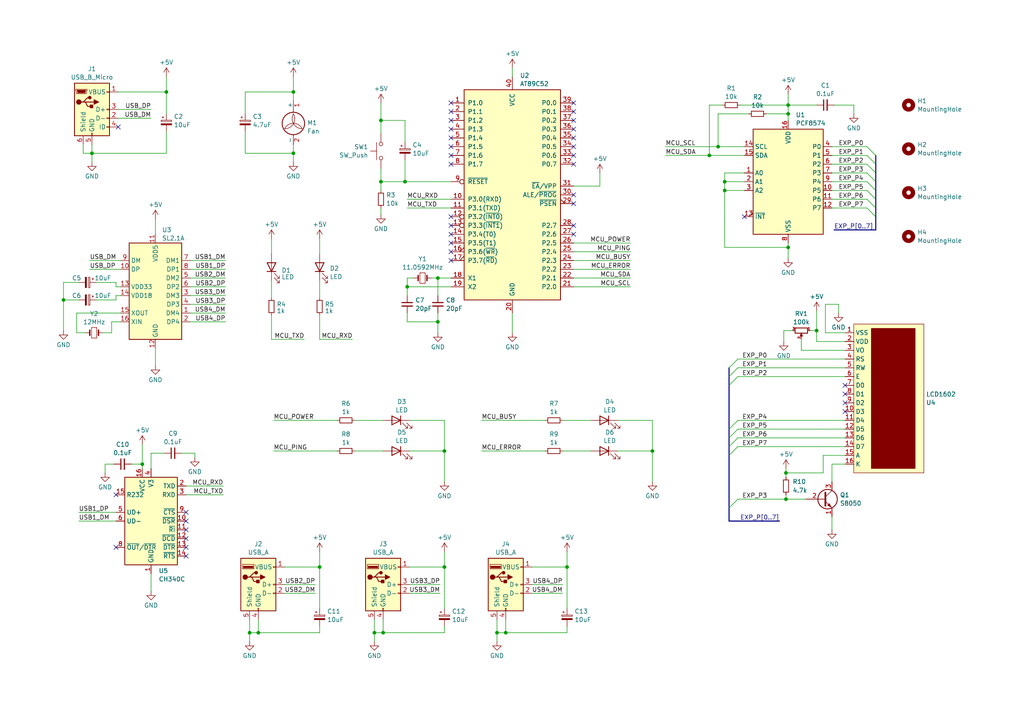
<source format=kicad_sch>
(kicad_sch (version 20230121) (generator eeschema)
  (paper "A4")
  (lib_symbols
    (symbol "Connector:USB_A" (pin_names (offset 1.016))
      (property "Reference" "J" (at -5.08 11.43 0))
      (property "Value" "USB_A" (at -5.08 8.89 0))
      (symbol "USB_A_1_1"
        (pin power_in line (at 7.62 5.08 180) (length 2.54) (name "VBUS") (number "1"))
        (pin bidirectional line (at 7.62 -2.54 180) (length 2.54) (name "D-") (number "2"))
        (pin bidirectional line (at 7.62 0 180) (length 2.54) (name "D+") (number "3"))
        (pin power_in line (at 0 -10.16 90) (length 2.54) (name "GND") (number "4"))
        (pin passive line (at -2.54 -10.16 90) (length 2.54) (name "Shield") (number "5"))
      )
    )
    (symbol "Connector:USB_B_Micro" (pin_names (offset 1.016))
      (property "Reference" "J" (at -5.08 11.43 0))
      (property "Value" "USB_B_Micro" (at -5.08 8.89 0))
      (symbol "USB_B_Micro_1_1"
        (pin power_out line (at 7.62 5.08 180) (length 2.54) (name "VBUS") (number "1"))
        (pin bidirectional line (at 7.62 -2.54 180) (length 2.54) (name "D-") (number "2"))
        (pin bidirectional line (at 7.62 0 180) (length 2.54) (name "D+") (number "3"))
        (pin passive line (at 7.62 -5.08 180) (length 2.54) (name "ID") (number "4"))
        (pin power_out line (at 0 -10.16 90) (length 2.54) (name "GND") (number "5"))
        (pin passive line (at -2.54 -10.16 90) (length 2.54) (name "Shield") (number "6"))
      )
    )
    (symbol "Device:C_Polarized_Small" (pin_numbers hide) (pin_names (offset 0.254) hide)
      (property "Reference" "C" (at 0.254 1.778 0))
      (property "Value" "C_Polarized_Small" (at 0.254 -2.032 0))
      (symbol "C_Polarized_Small_1_1"
        (pin passive line (at 0 2.54 270) (length 1.8542) (name "~") (number "1"))
        (pin passive line (at 0 -2.54 90) (length 1.8542) (name "~") (number "2"))
      )
    )
    (symbol "Device:C_Small" (pin_numbers hide) (pin_names (offset 0.254) hide)
      (property "Reference" "C" (at 0.254 1.778 0))
      (property "Value" "C_Small" (at 0.254 -2.032 0))
      (symbol "C_Small_1_1"
        (pin passive line (at 0 2.54 270) (length 2.032) (name "~") (number "1"))
        (pin passive line (at 0 -2.54 90) (length 2.032) (name "~") (number "2"))
      )
    )
    (symbol "Device:Crystal_Small" (pin_numbers hide) (pin_names (offset 1.016) hide)
      (property "Reference" "Y" (at 0 2.54 0))
      (property "Value" "Crystal_Small" (at 0 -2.54 0))
      (symbol "Crystal_Small_1_1"
        (pin passive line (at -2.54 0 0) (length 1.27) (name "1") (number "1"))
        (pin passive line (at 2.54 0 180) (length 1.27) (name "2") (number "2"))
      )
    )
    (symbol "Device:LED" (pin_numbers hide) (pin_names (offset 1.016) hide)
      (property "Reference" "D" (at 0 2.54 0))
      (property "Value" "LED" (at 0 -2.54 0))
      (symbol "LED_1_1"
        (pin passive line (at -3.81 0 0) (length 2.54) (name "K") (number "1"))
        (pin passive line (at 3.81 0 180) (length 2.54) (name "A") (number "2"))
      )
    )
    (symbol "Device:R_Potentiometer_Small" (pin_names (offset 1.016) hide)
      (property "Reference" "RV" (at -4.445 0 90))
      (property "Value" "R_Potentiometer_Small" (at -2.54 0 90))
      (symbol "R_Potentiometer_Small_1_1"
        (pin passive line (at 0 2.54 270) (length 0.635) (name "1") (number "1"))
        (pin passive line (at 2.54 0 180) (length 0.9906) (name "2") (number "2"))
        (pin passive line (at 0 -2.54 90) (length 0.635) (name "3") (number "3"))
      )
    )
    (symbol "Device:R_Small" (pin_numbers hide) (pin_names (offset 0.254) hide)
      (property "Reference" "R" (at 0.762 0.508 0))
      (property "Value" "R_Small" (at 0.762 -1.016 0))
      (symbol "R_Small_1_1"
        (pin passive line (at 0 2.54 270) (length 0.762) (name "~") (number "1"))
        (pin passive line (at 0 -2.54 90) (length 0.762) (name "~") (number "2"))
      )
    )
    (symbol "Interface_Expansion:PCF8574"
      (property "Reference" "U" (at -8.89 16.51 0))
      (property "Value" "PCF8574" (at 2.54 16.51 0))
      (symbol "PCF8574_1_1"
        (pin input line (at -12.7 2.54 0) (length 2.54) (name "A0") (number "1"))
        (pin bidirectional line (at 12.7 -2.54 180) (length 2.54) (name "P5") (number "10"))
        (pin bidirectional line (at 12.7 -5.08 180) (length 2.54) (name "P6") (number "11"))
        (pin bidirectional line (at 12.7 -7.62 180) (length 2.54) (name "P7") (number "12"))
        (pin open_collector output_low (at -12.7 -10.16 0) (length 2.54) (name "~{INT}") (number "13"))
        (pin input line (at -12.7 10.16 0) (length 2.54) (name "SCL") (number "14"))
        (pin bidirectional line (at -12.7 7.62 0) (length 2.54) (name "SDA") (number "15"))
        (pin power_in line (at 0 17.78 270) (length 2.54) (name "VDD") (number "16"))
        (pin input line (at -12.7 0 0) (length 2.54) (name "A1") (number "2"))
        (pin input line (at -12.7 -2.54 0) (length 2.54) (name "A2") (number "3"))
        (pin bidirectional line (at 12.7 10.16 180) (length 2.54) (name "P0") (number "4"))
        (pin bidirectional line (at 12.7 7.62 180) (length 2.54) (name "P1") (number "5"))
        (pin bidirectional line (at 12.7 5.08 180) (length 2.54) (name "P2") (number "6"))
        (pin bidirectional line (at 12.7 2.54 180) (length 2.54) (name "P3") (number "7"))
        (pin power_in line (at 0 -17.78 90) (length 2.54) (name "VSS") (number "8"))
        (pin bidirectional line (at 12.7 0 180) (length 2.54) (name "P4") (number "9"))
      )
    )
    (symbol "Interface_USB:CH340C"
      (property "Reference" "U" (at -5.08 13.97 0))
      (property "Value" "CH340C" (at 1.27 13.97 0))
      (symbol "CH340C_1_1"
        (pin power_in line (at 0 -15.24 90) (length 2.54) (name "GND") (number "1"))
        (pin input line (at 10.16 0 180) (length 2.54) (name "~{DSR}") (number "10"))
        (pin input line (at 10.16 -2.54 180) (length 2.54) (name "~{RI}") (number "11"))
        (pin input line (at 10.16 -5.08 180) (length 2.54) (name "~{DCD}") (number "12"))
        (pin output line (at 10.16 -7.62 180) (length 2.54) (name "~{DTR}") (number "13"))
        (pin output line (at 10.16 -10.16 180) (length 2.54) (name "~{RTS}") (number "14"))
        (pin input line (at -10.16 7.62 0) (length 2.54) (name "R232") (number "15"))
        (pin power_in line (at -2.54 15.24 270) (length 2.54) (name "VCC") (number "16"))
        (pin output line (at 10.16 10.16 180) (length 2.54) (name "TXD") (number "2"))
        (pin input line (at 10.16 7.62 180) (length 2.54) (name "RXD") (number "3"))
        (pin power_out line (at 0 15.24 270) (length 2.54) (name "V3") (number "4"))
        (pin bidirectional line (at -10.16 2.54 0) (length 2.54) (name "UD+") (number "5"))
        (pin bidirectional line (at -10.16 0 0) (length 2.54) (name "UD-") (number "6"))
        (pin no_connect line (at -7.62 -5.08 0) (length 2.54) hide (name "NC") (number "7"))
        (pin output line (at -10.16 -7.62 0) (length 2.54) (name "~{OUT}/~{DTR}") (number "8"))
        (pin input line (at 10.16 2.54 180) (length 2.54) (name "~{CTS}") (number "9"))
      )
    )
    (symbol "Mechanical:MountingHole" (pin_names (offset 1.016))
      (property "Reference" "H" (at 0 5.08 0))
      (property "Value" "MountingHole" (at 0 3.175 0))
    )
    (symbol "Motor:Fan" (pin_names (offset 0))
      (property "Reference" "M" (at 2.54 5.08 0))
      (property "Value" "Fan" (at 2.54 -2.54 0))
      (symbol "Fan_1_1"
        (pin passive line (at 0 7.62 270) (length 2.54) (name "+") (number "1"))
        (pin passive line (at 0 -5.08 90) (length 2.54) (name "-") (number "2"))
      )
    )
    (symbol "OpenStation:AT89C52" (pin_names (offset 1.016))
      (property "Reference" "U" (at -13.97 31.75 0))
      (property "Value" "AT89C52" (at 8.89 31.75 0))
      (symbol "AT89C52_1_1"
        (pin bidirectional line (at -17.78 26.67 0) (length 3.81) (name "P1.0") (number "1"))
        (pin bidirectional line (at -17.78 -1.27 0) (length 3.81) (name "P3.0(RXD)") (number "10"))
        (pin bidirectional line (at -17.78 -3.81 0) (length 3.81) (name "P3.1(TXD)") (number "11"))
        (pin input inverted (at -17.78 -6.35 0) (length 3.81) (name "P3.2(~{INT0})") (number "12"))
        (pin input inverted (at -17.78 -8.89 0) (length 3.81) (name "P3.3(~{INT1})") (number "13"))
        (pin input line (at -17.78 -11.43 0) (length 3.81) (name "P3.4(T0)") (number "14"))
        (pin input line (at -17.78 -13.97 0) (length 3.81) (name "P3.5(T1)") (number "15"))
        (pin output output_low (at -17.78 -16.51 0) (length 3.81) (name "P3.6(~{WR})") (number "16"))
        (pin output output_low (at -17.78 -19.05 0) (length 3.81) (name "P3.7(~{RD})") (number "17"))
        (pin input line (at -17.78 -24.13 0) (length 3.81) (name "X1") (number "18"))
        (pin output line (at -17.78 -26.67 0) (length 3.81) (name "X2") (number "19"))
        (pin bidirectional line (at -17.78 24.13 0) (length 3.81) (name "P1.1") (number "2"))
        (pin power_in line (at 0 -34.29 90) (length 3.81) (name "GND") (number "20"))
        (pin bidirectional line (at 17.78 -26.67 180) (length 3.81) (name "P2.0") (number "21"))
        (pin bidirectional line (at 17.78 -24.13 180) (length 3.81) (name "P2.1") (number "22"))
        (pin bidirectional line (at 17.78 -21.59 180) (length 3.81) (name "P2.2") (number "23"))
        (pin bidirectional line (at 17.78 -19.05 180) (length 3.81) (name "P2.3") (number "24"))
        (pin bidirectional line (at 17.78 -16.51 180) (length 3.81) (name "P2.4") (number "25"))
        (pin bidirectional line (at 17.78 -13.97 180) (length 3.81) (name "P2.5") (number "26"))
        (pin bidirectional line (at 17.78 -11.43 180) (length 3.81) (name "P2.6") (number "27"))
        (pin bidirectional line (at 17.78 -8.89 180) (length 3.81) (name "P2.7") (number "28"))
        (pin output output_low (at 17.78 -2.54 180) (length 3.81) (name "~{PSEN}") (number "29"))
        (pin bidirectional line (at -17.78 21.59 0) (length 3.81) (name "P1.2") (number "3"))
        (pin output line (at 17.78 0 180) (length 3.81) (name "ALE/~{PROG}") (number "30"))
        (pin input line (at 17.78 2.54 180) (length 3.81) (name "~{EA}/VPP") (number "31"))
        (pin bidirectional line (at 17.78 8.89 180) (length 3.81) (name "P0.7") (number "32"))
        (pin bidirectional line (at 17.78 11.43 180) (length 3.81) (name "P0.6") (number "33"))
        (pin bidirectional line (at 17.78 13.97 180) (length 3.81) (name "P0.5") (number "34"))
        (pin bidirectional line (at 17.78 16.51 180) (length 3.81) (name "P0.4") (number "35"))
        (pin bidirectional line (at 17.78 19.05 180) (length 3.81) (name "P0.3") (number "36"))
        (pin bidirectional line (at 17.78 21.59 180) (length 3.81) (name "P0.2") (number "37"))
        (pin bidirectional line (at 17.78 24.13 180) (length 3.81) (name "P0.1") (number "38"))
        (pin bidirectional line (at 17.78 26.67 180) (length 3.81) (name "P0.0") (number "39"))
        (pin bidirectional line (at -17.78 19.05 0) (length 3.81) (name "P1.3") (number "4"))
        (pin power_in line (at 0 34.29 270) (length 3.81) (name "VCC") (number "40"))
        (pin bidirectional line (at -17.78 16.51 0) (length 3.81) (name "P1.4") (number "5"))
        (pin bidirectional line (at -17.78 13.97 0) (length 3.81) (name "P1.5") (number "6"))
        (pin bidirectional line (at -17.78 11.43 0) (length 3.81) (name "P1.6") (number "7"))
        (pin bidirectional line (at -17.78 8.89 0) (length 3.81) (name "P1.7") (number "8"))
        (pin input inverted (at -17.78 3.81 0) (length 3.81) (name "~{RESET}") (number "9"))
      )
    )
    (symbol "OpenStation:LCD1602"
      (property "Reference" "U" (at -20.32 -12.7 0))
      (property "Value" "LCD1602" (at 16.51 -12.7 0))
      (symbol "LCD1602_1_1"
        (pin power_in line (at -19.05 12.7 270) (length 2.54) (name "VSS") (number "1"))
        (pin input line (at 3.81 12.7 270) (length 2.54) (name "D3") (number "10"))
        (pin input line (at 6.35 12.7 270) (length 2.54) (name "D4") (number "11"))
        (pin input line (at 8.89 12.7 270) (length 2.54) (name "D5") (number "12"))
        (pin input line (at 11.43 12.7 270) (length 2.54) (name "D6") (number "13"))
        (pin input line (at 13.97 12.7 270) (length 2.54) (name "D7") (number "14"))
        (pin power_in line (at 16.51 12.7 270) (length 2.54) (name "A") (number "15"))
        (pin input line (at 19.05 12.7 270) (length 2.54) (name "K") (number "16"))
        (pin power_in line (at -16.51 12.7 270) (length 2.54) (name "VDD") (number "2"))
        (pin input line (at -13.97 12.7 270) (length 2.54) (name "VO") (number "3"))
        (pin input line (at -11.43 12.7 270) (length 2.54) (name "RS") (number "4"))
        (pin input line (at -8.89 12.7 270) (length 2.54) (name "RW") (number "5"))
        (pin input line (at -6.35 12.7 270) (length 2.54) (name "E") (number "6"))
        (pin input line (at -3.81 12.7 270) (length 2.54) (name "D0") (number "7"))
        (pin input line (at -1.27 12.7 270) (length 2.54) (name "D1") (number "8"))
        (pin input line (at 1.27 12.7 270) (length 2.54) (name "D2") (number "9"))
      )
    )
    (symbol "OpenStation:SL2.1A"
      (property "Reference" "U" (at -7.62 16.51 0))
      (property "Value" "SL2.1A" (at -7.62 -15.24 0))
      (symbol "SL2.1A_1_0"
        (pin bidirectional line (at 10.16 -6.35 180) (length 2.54) (name "DM4") (number "1"))
        (pin bidirectional line (at -10.16 6.35 0) (length 2.54) (name "DP") (number "10"))
        (pin power_in line (at 0 16.51 270) (length 2.54) (name "VDD5") (number "11"))
        (pin power_in line (at 0 -16.51 90) (length 2.54) (name "GND") (number "12"))
        (pin power_out line (at -10.16 1.27 0) (length 2.54) (name "VDD33") (number "13"))
        (pin power_out line (at -10.16 -1.27 0) (length 2.54) (name "VDD18") (number "14"))
        (pin output line (at -10.16 -6.35 0) (length 2.54) (name "XOUT") (number "15"))
        (pin input line (at -10.16 -8.89 0) (length 2.54) (name "XIN") (number "16"))
        (pin bidirectional line (at 10.16 -8.89 180) (length 2.54) (name "DP4") (number "2"))
        (pin bidirectional line (at 10.16 -1.27 180) (length 2.54) (name "DM3") (number "3"))
        (pin bidirectional line (at 10.16 -3.81 180) (length 2.54) (name "DP3") (number "4"))
        (pin bidirectional line (at 10.16 3.81 180) (length 2.54) (name "DM2") (number "5"))
        (pin bidirectional line (at 10.16 1.27 180) (length 2.54) (name "DP2") (number "6"))
        (pin bidirectional line (at 10.16 8.89 180) (length 2.54) (name "DM1") (number "7"))
        (pin bidirectional line (at 10.16 6.35 180) (length 2.54) (name "DP1") (number "8"))
        (pin bidirectional line (at -10.16 8.89 0) (length 2.54) (name "DM") (number "9"))
      )
    )
    (symbol "Switch:SW_Push" (pin_numbers hide) (pin_names (offset 1.016) hide)
      (property "Reference" "SW" (at 1.27 2.54 0))
      (property "Value" "SW_Push" (at 0 -1.524 0))
      (symbol "SW_Push_0_1"
        (pin passive line (at -5.08 0 0) (length 2.54) (name "1") (number "1"))
        (pin passive line (at 5.08 0 180) (length 2.54) (name "2") (number "2"))
      )
    )
    (symbol "Transistor_BJT:S8050" (pin_names (offset 0) hide)
      (property "Reference" "Q" (at 5.08 1.905 0))
      (property "Value" "S8050" (at 5.08 0 0))
      (symbol "S8050_1_1"
        (pin passive line (at 2.54 -5.08 90) (length 2.54) (name "E") (number "1"))
        (pin input line (at -5.08 0 0) (length 5.08) (name "B") (number "2"))
        (pin passive line (at 2.54 5.08 270) (length 2.54) (name "C") (number "3"))
      )
    )
    (symbol "power:+5V" (power) (pin_names (offset 0))
      (property "Value" "+5V" (at 0 3.556 0))
      (symbol "+5V_1_1"
        (pin power_in line (at 0 0 90) (length 0) hide (name "+5V") (number "1"))
      )
    )
    (symbol "power:GND" (power) (pin_names (offset 0))
      (property "Value" "GND" (at 0 -3.81 0))
      (symbol "GND_1_1"
        (pin power_in line (at 0 0 270) (length 0) hide (name "GND") (number "1"))
      )
    )
  )
  (junction (at 26.67 44.45))
  (junction (at 227.965 137.16))
  (junction (at 117.475 52.705))
  (junction (at 146.685 183.515))
  (junction (at 210.185 52.705))
  (junction (at 144.145 183.515))
  (junction (at 41.275 134.62))
  (junction (at 228.6 33.02))
  (junction (at 127 80.645))
  (junction (at 128.905 164.465))
  (junction (at 228.6 71.755))
  (junction (at 18.415 86.995))
  (junction (at 92.71 164.465))
  (junction (at 128.905 130.81))
  (junction (at 85.09 44.45))
  (junction (at 74.93 183.515))
  (junction (at 164.465 164.465))
  (junction (at 205.74 45.085))
  (junction (at 127 93.345))
  (junction (at 118.11 83.185))
  (junction (at 110.49 52.705))
  (junction (at 108.585 183.515))
  (junction (at 110.49 34.925))
  (junction (at 236.855 95.885))
  (junction (at 85.09 26.67))
  (junction (at 208.28 42.545))
  (junction (at 210.185 55.245))
  (junction (at 111.125 183.515))
  (junction (at 228.6 30.48))
  (junction (at 189.23 130.81))
  (junction (at 72.39 183.515))
  (junction (at 227.965 144.78))
  (junction (at 48.26 26.67))
  (no_connect (at 34.29 36.83))
  (no_connect (at 166.37 42.545))
  (no_connect (at 130.81 32.385))
  (no_connect (at 130.81 67.945))
  (no_connect (at 53.975 156.21))
  (no_connect (at 166.37 59.055))
  (no_connect (at 53.975 148.59))
  (no_connect (at 33.655 158.75))
  (no_connect (at 166.37 29.845))
  (no_connect (at 130.81 42.545))
  (no_connect (at 245.11 111.76))
  (no_connect (at 130.81 45.085))
  (no_connect (at 245.11 114.3))
  (no_connect (at 130.81 62.865))
  (no_connect (at 166.37 47.625))
  (no_connect (at 166.37 65.405))
  (no_connect (at 166.37 32.385))
  (no_connect (at 130.81 65.405))
  (no_connect (at 130.81 75.565))
  (no_connect (at 166.37 56.515))
  (no_connect (at 130.81 73.025))
  (no_connect (at 33.655 143.51))
  (no_connect (at 166.37 34.925))
  (no_connect (at 130.81 40.005))
  (no_connect (at 245.11 119.38))
  (no_connect (at 130.81 47.625))
  (no_connect (at 215.9 62.865))
  (no_connect (at 53.975 151.13))
  (no_connect (at 245.11 116.84))
  (no_connect (at 53.975 153.67))
  (no_connect (at 130.81 37.465))
  (no_connect (at 166.37 67.945))
  (no_connect (at 130.81 29.845))
  (no_connect (at 53.975 158.75))
  (no_connect (at 53.975 161.29))
  (no_connect (at 166.37 40.005))
  (no_connect (at 166.37 45.085))
  (no_connect (at 130.81 34.925))
  (no_connect (at 130.81 70.485))
  (no_connect (at 166.37 37.465))
  (bus_entry (at 213.995 106.68) (size -2.54 2.54))
  (bus_entry (at 251.46 47.625) (size 2.54 2.54))
  (bus_entry (at 251.46 60.325) (size 2.54 2.54))
  (bus_entry (at 213.995 104.14) (size -2.54 2.54))
  (bus_entry (at 251.46 57.785) (size 2.54 2.54))
  (bus_entry (at 213.995 109.22) (size -2.54 2.54))
  (bus_entry (at 213.995 127) (size -2.54 2.54))
  (bus_entry (at 213.995 124.46) (size -2.54 2.54))
  (bus_entry (at 213.995 144.78) (size -2.54 2.54))
  (bus_entry (at 251.46 45.085) (size 2.54 2.54))
  (bus_entry (at 251.46 52.705) (size 2.54 2.54))
  (bus_entry (at 213.995 121.92) (size -2.54 2.54))
  (bus_entry (at 251.46 50.165) (size 2.54 2.54))
  (bus_entry (at 251.46 42.545) (size 2.54 2.54))
  (bus_entry (at 251.46 55.245) (size 2.54 2.54))
  (bus_entry (at 213.995 129.54) (size -2.54 2.54))
  (wire (pts (xy 179.07 130.81) (xy 189.23 130.81)))
  (wire (pts (xy 26.035 78.105) (xy 34.925 78.105)))
  (wire (pts (xy 56.515 131.445) (xy 56.515 132.715)))
  (wire (pts (xy 117.475 34.925) (xy 117.475 41.275)))
  (bus (pts (xy 254 52.705) (xy 254 55.245)))
  (wire (pts (xy 234.95 95.885) (xy 236.855 95.885)))
  (wire (pts (xy 166.37 78.105) (xy 182.88 78.105)))
  (wire (pts (xy 92.71 81.28) (xy 92.71 86.36)))
  (bus (pts (xy 211.455 124.46) (xy 211.455 127)))
  (wire (pts (xy 71.12 26.67) (xy 85.09 26.67)))
  (wire (pts (xy 110.49 48.895) (xy 110.49 52.705)))
  (wire (pts (xy 166.37 70.485) (xy 182.88 70.485)))
  (wire (pts (xy 32.385 93.345) (xy 34.925 93.345)))
  (wire (pts (xy 238.76 137.16) (xy 227.965 137.16)))
  (bus (pts (xy 211.455 147.32) (xy 211.455 151.13)))
  (wire (pts (xy 78.74 81.28) (xy 78.74 86.36)))
  (bus (pts (xy 211.455 129.54) (xy 211.455 132.08)))
  (wire (pts (xy 146.685 183.515) (xy 164.465 183.515)))
  (wire (pts (xy 139.7 121.92) (xy 158.115 121.92)))
  (wire (pts (xy 238.76 132.08) (xy 245.11 132.08)))
  (wire (pts (xy 139.7 130.81) (xy 158.115 130.81)))
  (wire (pts (xy 55.245 85.725) (xy 65.405 85.725)))
  (wire (pts (xy 128.905 181.61) (xy 128.905 183.515)))
  (wire (pts (xy 55.245 83.185) (xy 65.405 83.185)))
  (wire (pts (xy 173.99 50.165) (xy 173.99 53.975)))
  (wire (pts (xy 213.995 124.46) (xy 245.11 124.46)))
  (wire (pts (xy 118.11 83.185) (xy 118.11 85.725)))
  (wire (pts (xy 239.395 96.52) (xy 239.395 88.265)))
  (wire (pts (xy 118.11 80.645) (xy 118.11 83.185)))
  (wire (pts (xy 111.125 183.515) (xy 128.905 183.515)))
  (wire (pts (xy 213.995 104.14) (xy 245.11 104.14)))
  (wire (pts (xy 71.12 38.1) (xy 71.12 44.45)))
  (wire (pts (xy 92.71 164.465) (xy 92.71 176.53)))
  (wire (pts (xy 179.07 121.92) (xy 189.23 121.92)))
  (wire (pts (xy 78.74 69.215) (xy 78.74 73.66)))
  (bus (pts (xy 254 47.625) (xy 254 50.165)))
  (wire (pts (xy 43.815 166.37) (xy 43.815 171.45)))
  (wire (pts (xy 163.195 121.92) (xy 171.45 121.92)))
  (wire (pts (xy 228.6 30.48) (xy 236.855 30.48)))
  (wire (pts (xy 85.09 44.45) (xy 85.09 46.99)))
  (wire (pts (xy 227.965 137.16) (xy 227.965 138.43)))
  (bus (pts (xy 211.455 106.68) (xy 211.455 109.22)))
  (wire (pts (xy 127 93.345) (xy 127 90.805)))
  (wire (pts (xy 48.26 26.67) (xy 48.26 33.02)))
  (bus (pts (xy 211.455 109.22) (xy 211.455 111.76)))
  (wire (pts (xy 228.6 30.48) (xy 228.6 33.02)))
  (bus (pts (xy 254 50.165) (xy 254 52.705)))
  (wire (pts (xy 79.375 130.81) (xy 97.79 130.81)))
  (wire (pts (xy 55.245 75.565) (xy 65.405 75.565)))
  (wire (pts (xy 22.225 96.52) (xy 22.225 90.805)))
  (wire (pts (xy 118.745 164.465) (xy 128.905 164.465)))
  (wire (pts (xy 236.855 95.885) (xy 236.855 99.06)))
  (wire (pts (xy 128.905 121.92) (xy 128.905 130.81)))
  (wire (pts (xy 210.185 55.245) (xy 210.185 71.755)))
  (wire (pts (xy 154.305 172.085) (xy 163.195 172.085)))
  (wire (pts (xy 43.815 131.445) (xy 47.625 131.445)))
  (wire (pts (xy 43.815 135.89) (xy 43.815 131.445)))
  (wire (pts (xy 53.975 143.51) (xy 64.77 143.51)))
  (wire (pts (xy 32.385 96.52) (xy 32.385 93.345)))
  (wire (pts (xy 55.245 88.265) (xy 65.405 88.265)))
  (wire (pts (xy 241.3 149.86) (xy 241.3 153.67)))
  (wire (pts (xy 24.13 44.45) (xy 26.67 44.45)))
  (wire (pts (xy 82.55 164.465) (xy 92.71 164.465)))
  (bus (pts (xy 211.455 132.08) (xy 211.455 147.32)))
  (wire (pts (xy 210.185 55.245) (xy 215.9 55.245)))
  (wire (pts (xy 110.49 34.925) (xy 110.49 38.735)))
  (wire (pts (xy 166.37 53.975) (xy 173.99 53.975)))
  (wire (pts (xy 74.93 179.705) (xy 74.93 183.515)))
  (wire (pts (xy 213.995 129.54) (xy 245.11 129.54)))
  (wire (pts (xy 213.995 127) (xy 245.11 127)))
  (wire (pts (xy 85.09 44.45) (xy 71.12 44.45)))
  (wire (pts (xy 110.49 52.705) (xy 117.475 52.705)))
  (wire (pts (xy 92.71 91.44) (xy 92.71 98.425)))
  (wire (pts (xy 228.6 27.305) (xy 228.6 30.48)))
  (wire (pts (xy 118.745 172.085) (xy 127.635 172.085)))
  (wire (pts (xy 227.33 95.885) (xy 227.33 99.06)))
  (wire (pts (xy 205.74 45.085) (xy 215.9 45.085)))
  (wire (pts (xy 144.145 183.515) (xy 144.145 186.055)))
  (wire (pts (xy 146.685 179.705) (xy 146.685 183.515)))
  (wire (pts (xy 241.3 45.085) (xy 251.46 45.085)))
  (wire (pts (xy 166.37 80.645) (xy 182.88 80.645)))
  (wire (pts (xy 127 80.645) (xy 130.81 80.645)))
  (wire (pts (xy 24.13 41.91) (xy 24.13 44.45)))
  (wire (pts (xy 118.11 90.805) (xy 118.11 93.345)))
  (wire (pts (xy 102.87 130.81) (xy 111.125 130.81)))
  (bus (pts (xy 254 57.785) (xy 254 60.325)))
  (wire (pts (xy 210.185 52.705) (xy 210.185 55.245)))
  (wire (pts (xy 22.86 81.915) (xy 18.415 81.915)))
  (wire (pts (xy 33.655 85.725) (xy 34.925 85.725)))
  (wire (pts (xy 241.3 50.165) (xy 251.46 50.165)))
  (wire (pts (xy 34.29 34.29) (xy 43.815 34.29)))
  (bus (pts (xy 254 62.865) (xy 254 66.675)))
  (wire (pts (xy 26.035 75.565) (xy 34.925 75.565)))
  (wire (pts (xy 24.765 96.52) (xy 22.225 96.52)))
  (wire (pts (xy 239.395 96.52) (xy 245.11 96.52)))
  (wire (pts (xy 144.145 183.515) (xy 146.685 183.515)))
  (wire (pts (xy 55.245 80.645) (xy 65.405 80.645)))
  (wire (pts (xy 241.3 55.245) (xy 251.46 55.245)))
  (wire (pts (xy 127 93.345) (xy 127 96.52)))
  (wire (pts (xy 85.09 22.225) (xy 85.09 26.67)))
  (wire (pts (xy 52.705 131.445) (xy 56.515 131.445)))
  (wire (pts (xy 163.195 130.81) (xy 171.45 130.81)))
  (wire (pts (xy 130.81 52.705) (xy 117.475 52.705)))
  (wire (pts (xy 166.37 73.025) (xy 182.88 73.025)))
  (bus (pts (xy 211.455 111.76) (xy 211.455 124.46)))
  (wire (pts (xy 41.275 128.905) (xy 41.275 134.62)))
  (wire (pts (xy 241.935 30.48) (xy 247.65 30.48)))
  (wire (pts (xy 229.87 95.885) (xy 227.33 95.885)))
  (wire (pts (xy 241.3 42.545) (xy 251.46 42.545)))
  (wire (pts (xy 85.09 41.91) (xy 85.09 44.45)))
  (wire (pts (xy 154.305 164.465) (xy 164.465 164.465)))
  (wire (pts (xy 241.3 60.325) (xy 251.46 60.325)))
  (wire (pts (xy 128.905 160.02) (xy 128.905 164.465)))
  (wire (pts (xy 92.71 69.215) (xy 92.71 73.66)))
  (wire (pts (xy 247.65 30.48) (xy 247.65 33.02)))
  (wire (pts (xy 208.28 33.02) (xy 208.28 42.545)))
  (wire (pts (xy 118.11 60.325) (xy 130.81 60.325)))
  (wire (pts (xy 110.49 34.925) (xy 117.475 34.925)))
  (wire (pts (xy 117.475 46.355) (xy 117.475 52.705)))
  (wire (pts (xy 45.085 63.5) (xy 45.085 67.945)))
  (wire (pts (xy 74.93 183.515) (xy 92.71 183.515)))
  (wire (pts (xy 148.59 90.805) (xy 148.59 96.52)))
  (wire (pts (xy 154.305 169.545) (xy 163.195 169.545)))
  (wire (pts (xy 164.465 181.61) (xy 164.465 183.515)))
  (wire (pts (xy 210.185 71.755) (xy 228.6 71.755)))
  (wire (pts (xy 110.49 60.325) (xy 110.49 62.23)))
  (wire (pts (xy 27.94 86.995) (xy 33.655 86.995)))
  (wire (pts (xy 118.745 169.545) (xy 127.635 169.545)))
  (wire (pts (xy 213.995 121.92) (xy 245.11 121.92)))
  (wire (pts (xy 245.11 99.06) (xy 236.855 99.06)))
  (wire (pts (xy 166.37 75.565) (xy 182.88 75.565)))
  (wire (pts (xy 53.975 140.97) (xy 64.77 140.97)))
  (wire (pts (xy 33.655 86.995) (xy 33.655 85.725)))
  (wire (pts (xy 48.26 38.1) (xy 48.26 44.45)))
  (wire (pts (xy 33.655 83.185) (xy 34.925 83.185)))
  (bus (pts (xy 211.455 127) (xy 211.455 129.54)))
  (wire (pts (xy 228.6 33.02) (xy 228.6 34.925)))
  (wire (pts (xy 30.48 134.62) (xy 30.48 137.16)))
  (wire (pts (xy 29.845 96.52) (xy 32.385 96.52)))
  (wire (pts (xy 241.3 52.705) (xy 251.46 52.705)))
  (wire (pts (xy 210.185 50.165) (xy 210.185 52.705)))
  (wire (pts (xy 26.67 41.91) (xy 26.67 44.45)))
  (wire (pts (xy 213.995 109.22) (xy 245.11 109.22)))
  (wire (pts (xy 118.11 80.645) (xy 120.015 80.645)))
  (wire (pts (xy 118.11 93.345) (xy 127 93.345)))
  (wire (pts (xy 48.26 22.225) (xy 48.26 26.67)))
  (wire (pts (xy 239.395 88.265) (xy 243.205 88.265)))
  (wire (pts (xy 228.6 70.485) (xy 228.6 71.755)))
  (wire (pts (xy 41.275 135.89) (xy 41.275 134.62)))
  (wire (pts (xy 72.39 183.515) (xy 72.39 186.055)))
  (wire (pts (xy 34.29 31.75) (xy 43.815 31.75)))
  (wire (pts (xy 79.375 121.92) (xy 97.79 121.92)))
  (wire (pts (xy 128.905 130.81) (xy 128.905 139.7)))
  (wire (pts (xy 18.415 86.995) (xy 22.86 86.995)))
  (wire (pts (xy 208.28 42.545) (xy 215.9 42.545)))
  (wire (pts (xy 22.86 148.59) (xy 33.655 148.59)))
  (wire (pts (xy 55.245 90.805) (xy 65.405 90.805)))
  (wire (pts (xy 92.71 98.425) (xy 102.235 98.425)))
  (wire (pts (xy 227.965 144.78) (xy 233.68 144.78)))
  (wire (pts (xy 92.71 160.02) (xy 92.71 164.465)))
  (wire (pts (xy 92.71 181.61) (xy 92.71 183.515)))
  (wire (pts (xy 110.49 52.705) (xy 110.49 55.245)))
  (wire (pts (xy 82.55 172.085) (xy 91.44 172.085)))
  (wire (pts (xy 189.23 121.92) (xy 189.23 130.81)))
  (wire (pts (xy 238.76 137.16) (xy 238.76 132.08)))
  (wire (pts (xy 26.67 44.45) (xy 26.67 46.99)))
  (wire (pts (xy 111.125 179.705) (xy 111.125 183.515)))
  (wire (pts (xy 22.86 151.13) (xy 33.655 151.13)))
  (wire (pts (xy 144.145 179.705) (xy 144.145 183.515)))
  (wire (pts (xy 118.11 57.785) (xy 130.81 57.785)))
  (wire (pts (xy 55.245 78.105) (xy 65.405 78.105)))
  (wire (pts (xy 38.1 134.62) (xy 41.275 134.62)))
  (wire (pts (xy 55.245 93.345) (xy 65.405 93.345)))
  (wire (pts (xy 241.3 47.625) (xy 251.46 47.625)))
  (wire (pts (xy 193.04 42.545) (xy 208.28 42.545)))
  (wire (pts (xy 128.905 164.465) (xy 128.905 176.53)))
  (wire (pts (xy 33.655 81.915) (xy 33.655 83.185)))
  (wire (pts (xy 33.02 134.62) (xy 30.48 134.62)))
  (wire (pts (xy 127 80.645) (xy 127 85.725)))
  (wire (pts (xy 232.41 101.6) (xy 245.11 101.6)))
  (wire (pts (xy 72.39 183.515) (xy 74.93 183.515)))
  (wire (pts (xy 22.225 90.805) (xy 34.925 90.805)))
  (wire (pts (xy 164.465 164.465) (xy 164.465 176.53)))
  (wire (pts (xy 227.965 137.16) (xy 227.965 135.89)))
  (wire (pts (xy 213.995 106.68) (xy 245.11 106.68)))
  (wire (pts (xy 189.23 130.81) (xy 189.23 139.7)))
  (wire (pts (xy 82.55 169.545) (xy 91.44 169.545)))
  (wire (pts (xy 241.3 134.62) (xy 241.3 139.7)))
  (wire (pts (xy 241.3 57.785) (xy 251.46 57.785)))
  (wire (pts (xy 241.3 134.62) (xy 245.11 134.62)))
  (wire (pts (xy 164.465 160.02) (xy 164.465 164.465)))
  (wire (pts (xy 227.965 143.51) (xy 227.965 144.78)))
  (wire (pts (xy 222.25 33.02) (xy 228.6 33.02)))
  (wire (pts (xy 205.74 30.48) (xy 209.55 30.48)))
  (wire (pts (xy 228.6 71.755) (xy 228.6 74.93)))
  (wire (pts (xy 110.49 29.845) (xy 110.49 34.925)))
  (wire (pts (xy 232.41 98.425) (xy 232.41 101.6)))
  (wire (pts (xy 85.09 26.67) (xy 85.09 29.21)))
  (wire (pts (xy 148.59 19.685) (xy 148.59 22.225)))
  (wire (pts (xy 215.9 50.165) (xy 210.185 50.165)))
  (wire (pts (xy 193.04 45.085) (xy 205.74 45.085)))
  (wire (pts (xy 18.415 81.915) (xy 18.415 86.995)))
  (wire (pts (xy 34.29 26.67) (xy 48.26 26.67)))
  (wire (pts (xy 78.74 98.425) (xy 78.74 91.44)))
  (wire (pts (xy 102.87 121.92) (xy 111.125 121.92)))
  (wire (pts (xy 108.585 179.705) (xy 108.585 183.515)))
  (wire (pts (xy 243.205 88.265) (xy 243.205 90.805)))
  (wire (pts (xy 210.185 52.705) (xy 215.9 52.705)))
  (wire (pts (xy 108.585 183.515) (xy 108.585 186.055)))
  (wire (pts (xy 208.28 33.02) (xy 217.17 33.02)))
  (wire (pts (xy 48.26 44.45) (xy 26.67 44.45)))
  (bus (pts (xy 241.935 66.675) (xy 254 66.675)))
  (wire (pts (xy 213.995 144.78) (xy 227.965 144.78)))
  (wire (pts (xy 118.745 121.92) (xy 128.905 121.92)))
  (wire (pts (xy 18.415 86.995) (xy 18.415 95.885)))
  (bus (pts (xy 211.455 151.13) (xy 226.06 151.13)))
  (wire (pts (xy 78.74 98.425) (xy 88.265 98.425)))
  (wire (pts (xy 118.11 83.185) (xy 130.81 83.185)))
  (wire (pts (xy 27.94 81.915) (xy 33.655 81.915)))
  (wire (pts (xy 108.585 183.515) (xy 111.125 183.515)))
  (wire (pts (xy 205.74 30.48) (xy 205.74 45.085)))
  (wire (pts (xy 125.095 80.645) (xy 127 80.645)))
  (wire (pts (xy 71.12 26.67) (xy 71.12 33.02)))
  (bus (pts (xy 254 55.245) (xy 254 57.785)))
  (wire (pts (xy 72.39 179.705) (xy 72.39 183.515)))
  (wire (pts (xy 45.085 100.965) (xy 45.085 106.045)))
  (wire (pts (xy 214.63 30.48) (xy 228.6 30.48)))
  (wire (pts (xy 118.745 130.81) (xy 128.905 130.81)))
  (bus (pts (xy 254 60.325) (xy 254 62.865)))
  (wire (pts (xy 166.37 83.185) (xy 182.88 83.185)))
  (bus (pts (xy 254 45.085) (xy 254 47.625)))
  (wire (pts (xy 236.855 90.17) (xy 236.855 95.885)))
  (label "EXP_P2" (at 243.205 47.625 0))
  (label "EXP_P1" (at 215.265 106.68 0))
  (label "MCU_ERROR" (at 139.7 130.81 0))
  (label "USB2_DP" (at 91.44 169.545 180))
  (label "EXP_P0" (at 243.205 42.545 0))
  (label "USB4_DM" (at 163.195 172.085 180))
  (label "MCU_PING" (at 182.88 73.025 180))
  (label "MCU_BUSY" (at 139.7 121.92 0))
  (label "MCU_TXD" (at 88.265 98.425 180))
  (label "USB4_DP" (at 65.405 93.345 180))
  (label "EXP_P2" (at 215.265 109.22 0))
  (label "MCU_RXD" (at 64.77 140.97 180))
  (label "EXP_P0" (at 215.265 104.14 0))
  (label "USB3_DP" (at 127.635 169.545 180))
  (label "MCU_SDA" (at 193.04 45.085 0))
  (label "EXP_P7" (at 243.205 60.325 0))
  (label "USB4_DM" (at 65.405 90.805 180))
  (label "EXP_P5" (at 243.205 55.245 0))
  (label "EXP_P3" (at 243.205 50.165 0))
  (label "USB_DP" (at 43.815 31.75 180))
  (label "MCU_SCL" (at 182.88 83.185 180))
  (label "MCU_RXD" (at 118.11 57.785 0))
  (label "EXP_P[0..7]" (at 241.935 66.675 0))
  (label "EXP_P5" (at 215.265 124.46 0))
  (label "EXP_P4" (at 215.265 121.92 0))
  (label "MCU_TXD" (at 118.11 60.325 0))
  (label "MCU_BUSY" (at 182.88 75.565 180))
  (label "MCU_TXD" (at 64.77 143.51 180))
  (label "MCU_ERROR" (at 182.88 78.105 180))
  (label "USB_DP" (at 26.035 78.105 0))
  (label "EXP_P7" (at 215.265 129.54 0))
  (label "USB2_DM" (at 91.44 172.085 180))
  (label "USB_DM" (at 43.815 34.29 180))
  (label "USB1_DM" (at 65.405 75.565 180))
  (label "MCU_SDA" (at 182.88 80.645 180))
  (label "EXP_P[0..7]" (at 226.06 151.13 180))
  (label "MCU_SCL" (at 193.04 42.545 0))
  (label "MCU_RXD" (at 102.235 98.425 180))
  (label "EXP_P3" (at 215.265 144.78 0))
  (label "MCU_PING" (at 79.375 130.81 0))
  (label "MCU_POWER" (at 79.375 121.92 0))
  (label "USB1_DP" (at 22.86 148.59 0))
  (label "USB3_DM" (at 65.405 85.725 180))
  (label "USB3_DM" (at 127.635 172.085 180))
  (label "USB2_DM" (at 65.405 80.645 180))
  (label "USB_DM" (at 26.035 75.565 0))
  (label "EXP_P4" (at 243.205 52.705 0))
  (label "USB4_DP" (at 163.195 169.545 180))
  (label "EXP_P6" (at 215.265 127 0))
  (label "USB1_DM" (at 22.86 151.13 0))
  (label "USB1_DP" (at 65.405 78.105 180))
  (label "USB3_DP" (at 65.405 88.265 180))
  (label "EXP_P6" (at 243.205 57.785 0))
  (label "MCU_POWER" (at 182.88 70.485 180))
  (label "EXP_P1" (at 243.205 45.085 0))
  (label "USB2_DP" (at 65.405 83.185 180))
  (symbol (lib_id "Device:C_Polarized_Small") (at 71.12 35.56 0) (unit 1)
    (property "Reference" "C3" (at 73.279 33.8018 0) (effects (justify left)))
    (property "Value" "4.7uF" (at 73.279 36.226 0) (effects (justify left)))
    (property "Footprint" "Capacitor_THT:CP_Radial_D5.0mm_P2.50mm" (effects hide))
  )
  (symbol (lib_id "Device:LED") (at 175.26 130.81 0) (mirror y) (unit 1)
    (property "Reference" "D6" (at 176.8475 125.3957 0))
    (property "Value" "LED" (at 176.8475 127.8199 0))
    (property "Footprint" "LED_THT:LED_D3.0mm" (effects hide))
  )
  (symbol (lib_id "power:GND") (at 26.67 46.99 0) (unit 1)
    (property "Reference" "#PWR07" (effects hide))
    (property "Value" "GND" (at 26.67 51.1231 0))
  )
  (symbol (lib_id "power:+5V") (at 41.275 128.905 0) (unit 1)
    (property "Reference" "#PWR022" (effects hide))
    (property "Value" "+5V" (at 41.275 124.7719 0))
  )
  (symbol (lib_id "power:GND") (at 43.815 171.45 0) (unit 1)
    (property "Reference" "#PWR032" (effects hide))
    (property "Value" "GND" (at 43.815 175.5831 0))
  )
  (symbol (lib_id "Device:C_Small") (at 239.395 30.48 90) (unit 1)
    (property "Reference" "C1" (at 239.4013 24.7736 90))
    (property "Value" "0.1uF" (at 239.4013 27.1978 90))
    (property "Footprint" "Capacitor_THT:C_Disc_D3.0mm_W2.0mm_P2.50mm" (effects hide))
  )
  (symbol (lib_id "power:+5V") (at 48.26 22.225 0) (unit 1)
    (property "Reference" "#PWR02" (effects hide))
    (property "Value" "+5V" (at 48.26 18.0919 0))
  )
  (symbol (lib_id "power:GND") (at 127 96.52 0) (unit 1)
    (property "Reference" "#PWR018" (effects hide))
    (property "Value" "GND" (at 127 100.6531 0))
  )
  (symbol (lib_id "Device:C_Polarized_Small") (at 117.475 43.815 0) (unit 1)
    (property "Reference" "C4" (at 119.634 42.0568 0) (effects (justify left)))
    (property "Value" "10uF" (at 119.634 44.481 0) (effects (justify left)))
    (property "Footprint" "Capacitor_THT:CP_Radial_D5.0mm_P2.50mm" (effects hide))
  )
  (symbol (lib_id "Connector:USB_B_Micro") (at 26.67 31.75 0) (unit 1)
    (property "Reference" "J1" (at 26.67 19.9857 0))
    (property "Value" "USB_B_Micro" (at 26.67 22.4099 0))
    (property "Footprint" "Connector_USB:USB_Micro-B_Molex-105017-0001" (effects hide))
  )
  (symbol (lib_id "OpenStation:SL2.1A") (at 45.085 84.455 0) (unit 1)
    (property "Reference" "U3" (at 46.99 66.675 0) (effects (justify left)))
    (property "Value" "SL2.1A" (at 46.99 69.0992 0) (effects (justify left)))
    (property "Footprint" "Package_SO:SOIC-16_3.9x9.9mm_P1.27mm" (effects hide))
    (property "Datasheet" "https://cdn-shop.adafruit.com/product-files/2991/1811151645_CoreChips-SL2-1A_C192893.pdf" (effects hide))
  )
  (symbol (lib_id "Mechanical:MountingHole") (at 263.525 43.18 0) (unit 1)
    (property "Reference" "H2" (at 266.065 41.9679 0) (effects (justify left)))
    (property "Value" "MountingHole" (at 266.065 44.3921 0) (effects (justify left)))
    (property "Footprint" "MountingHole:MountingHole_3.2mm_M3" (effects hide))
  )
  (symbol (lib_id "power:GND") (at 128.905 139.7 0) (unit 1)
    (property "Reference" "#PWR026" (effects hide))
    (property "Value" "GND" (at 128.905 143.8331 0))
  )
  (symbol (lib_id "power:GND") (at 227.33 99.06 0) (unit 1)
    (property "Reference" "#PWR020" (effects hide))
    (property "Value" "GND" (at 227.33 103.1931 0))
  )
  (symbol (lib_id "power:+5V") (at 228.6 27.305 0) (unit 1)
    (property "Reference" "#PWR04" (effects hide))
    (property "Value" "+5V" (at 228.6 23.1719 0))
  )
  (symbol (lib_id "Device:R_Small") (at 160.655 130.81 270) (mirror x) (unit 1)
    (property "Reference" "R9" (at 160.655 125.9291 90))
    (property "Value" "1k" (at 160.655 128.3533 90))
    (property "Footprint" "Resistor_THT:R_Axial_DIN0204_L3.6mm_D1.6mm_P7.62mm_Horizontal" (effects hide))
  )
  (symbol (lib_id "power:+5V") (at 173.99 50.165 0) (unit 1)
    (property "Reference" "#PWR09" (effects hide))
    (property "Value" "+5V" (at 173.99 46.0319 0))
  )
  (symbol (lib_id "Mechanical:MountingHole") (at 263.525 68.58 0) (unit 1)
    (property "Reference" "H4" (at 266.065 67.3679 0) (effects (justify left)))
    (property "Value" "MountingHole" (at 266.065 69.7921 0) (effects (justify left)))
    (property "Footprint" "MountingHole:MountingHole_3.2mm_M3" (effects hide))
  )
  (symbol (lib_id "Device:R_Small") (at 160.655 121.92 270) (mirror x) (unit 1)
    (property "Reference" "R7" (at 160.655 117.0391 90))
    (property "Value" "1k" (at 160.655 119.4633 90))
    (property "Footprint" "Resistor_THT:R_Axial_DIN0204_L3.6mm_D1.6mm_P7.62mm_Horizontal" (effects hide))
  )
  (symbol (lib_id "power:GND") (at 85.09 46.99 0) (unit 1)
    (property "Reference" "#PWR08" (effects hide))
    (property "Value" "GND" (at 85.09 51.1231 0))
  )
  (symbol (lib_id "power:GND") (at 189.23 139.7 0) (unit 1)
    (property "Reference" "#PWR027" (effects hide))
    (property "Value" "GND" (at 189.23 143.8331 0))
  )
  (symbol (lib_id "power:GND") (at 241.3 153.67 0) (unit 1)
    (property "Reference" "#PWR028" (effects hide))
    (property "Value" "GND" (at 241.3 157.8031 0))
  )
  (symbol (lib_id "Device:R_Small") (at 78.74 88.9 0) (unit 1)
    (property "Reference" "R4" (at 80.2386 88.2563 0) (effects (justify left)))
    (property "Value" "1k" (at 80.2386 90.1773 0) (effects (justify left)))
    (property "Footprint" "Resistor_THT:R_Axial_DIN0204_L3.6mm_D1.6mm_P7.62mm_Horizontal" (effects hide))
  )
  (symbol (lib_id "Mechanical:MountingHole") (at 263.525 30.48 0) (unit 1)
    (property "Reference" "H1" (at 266.065 29.2679 0) (effects (justify left)))
    (property "Value" "MountingHole" (at 266.065 31.6921 0) (effects (justify left)))
    (property "Footprint" "MountingHole:MountingHole_3.2mm_M3" (effects hide))
  )
  (symbol (lib_id "Device:R_Potentiometer_Small") (at 232.41 95.885 270) (unit 1)
    (property "Reference" "RV1" (at 232.41 90.9787 90))
    (property "Value" "100k" (at 232.41 93.4029 90))
    (property "Footprint" "Potentiometer_THT:Potentiometer_Bourns_3296W_Vertical" (effects hide))
  )
  (symbol (lib_id "power:+5V") (at 110.49 29.845 0) (unit 1)
    (property "Reference" "#PWR05" (effects hide))
    (property "Value" "+5V" (at 110.49 25.7119 0))
  )
  (symbol (lib_id "Device:C_Polarized_Small") (at 164.465 179.07 0) (unit 1)
    (property "Reference" "C13" (at 166.624 177.3118 0) (effects (justify left)))
    (property "Value" "10uF" (at 166.624 179.736 0) (effects (justify left)))
    (property "Footprint" "Capacitor_THT:CP_Radial_D5.0mm_P2.50mm" (effects hide))
  )
  (symbol (lib_id "power:+5V") (at 164.465 160.02 0) (unit 1)
    (property "Reference" "#PWR031" (effects hide))
    (property "Value" "+5V" (at 164.465 155.8869 0))
  )
  (symbol (lib_id "Device:R_Small") (at 100.33 130.81 270) (mirror x) (unit 1)
    (property "Reference" "R8" (at 100.33 125.9291 90))
    (property "Value" "1k" (at 100.33 128.3533 90))
    (property "Footprint" "Resistor_THT:R_Axial_DIN0204_L3.6mm_D1.6mm_P7.62mm_Horizontal" (effects hide))
  )
  (symbol (lib_id "power:+5V") (at 128.905 160.02 0) (unit 1)
    (property "Reference" "#PWR030" (effects hide))
    (property "Value" "+5V" (at 128.905 155.8869 0))
  )
  (symbol (lib_id "Device:LED") (at 92.71 77.47 90) (unit 1)
    (property "Reference" "D2" (at 95.631 77.8454 90) (effects (justify right)))
    (property "Value" "LED" (at 95.631 80.2696 90) (effects (justify right)))
    (property "Footprint" "LED_THT:LED_D3.0mm" (effects hide))
  )
  (symbol (lib_id "Motor:Fan") (at 85.09 36.83 0) (unit 1)
    (property "Reference" "M1" (at 89.1032 35.6179 0) (effects (justify left)))
    (property "Value" "Fan" (at 89.1032 38.0421 0) (effects (justify left)))
    (property "Footprint" "OpenStation:Fan_30x30mm" (effects hide))
  )
  (symbol (lib_id "Device:LED") (at 175.26 121.92 0) (mirror y) (unit 1)
    (property "Reference" "D4" (at 176.8475 116.5057 0))
    (property "Value" "LED" (at 176.8475 118.9299 0))
    (property "Footprint" "LED_THT:LED_D3.0mm" (effects hide))
  )
  (symbol (lib_id "power:GND") (at 30.48 137.16 0) (unit 1)
    (property "Reference" "#PWR025" (effects hide))
    (property "Value" "GND" (at 30.48 141.2931 0))
  )
  (symbol (lib_id "OpenStation:LCD1602") (at 257.81 115.57 90) (mirror x) (unit 1)
    (property "Reference" "U4" (at 268.605 116.7821 90) (effects (justify right)))
    (property "Value" "LCD1602" (at 268.605 114.3579 90) (effects (justify right)))
    (property "Footprint" "OpenStation:LCD1602" (effects hide))
  )
  (symbol (lib_id "Device:C_Small") (at 35.56 134.62 90) (unit 1)
    (property "Reference" "C10" (at 35.5663 128.9136 90))
    (property "Value" "0.1uF" (at 35.5663 131.3378 90))
    (property "Footprint" "Capacitor_THT:C_Disc_D3.0mm_W2.0mm_P2.50mm" (effects hide))
  )
  (symbol (lib_id "Connector:USB_A") (at 74.93 169.545 0) (unit 1)
    (property "Reference" "J2" (at 74.93 157.7807 0))
    (property "Value" "USB_A" (at 74.93 160.2049 0))
    (property "Footprint" "Connector_USB:USB_A_CONNFLY_DS1095-WNR0" (effects hide))
    (property "Datasheet" " ~" (effects hide))
  )
  (symbol (lib_id "Device:R_Small") (at 92.71 88.9 0) (unit 1)
    (property "Reference" "R5" (at 94.2086 88.2563 0) (effects (justify left)))
    (property "Value" "1k" (at 94.2086 90.1773 0) (effects (justify left)))
    (property "Footprint" "Resistor_THT:R_Axial_DIN0204_L3.6mm_D1.6mm_P7.62mm_Horizontal" (effects hide))
  )
  (symbol (lib_id "Interface_Expansion:PCF8574") (at 228.6 52.705 0) (unit 1)
    (property "Reference" "U1" (at 230.7941 33.3207 0) (effects (justify left)))
    (property "Value" "PCF8574" (at 230.7941 35.7449 0) (effects (justify left)))
    (property "Footprint" "Package_SO:SOIC-16W_7.5x10.3mm_P1.27mm" (effects hide))
    (property "Datasheet" "http://www.nxp.com/docs/en/data-sheet/PCF8574_PCF8574A.pdf" (effects hide))
  )
  (symbol (lib_id "power:+5V") (at 85.09 22.225 0) (unit 1)
    (property "Reference" "#PWR03" (effects hide))
    (property "Value" "+5V" (at 85.09 18.0919 0))
  )
  (symbol (lib_id "Device:Crystal_Small") (at 122.555 80.645 0) (unit 1)
    (property "Reference" "Y1" (at 122.555 75.1037 0))
    (property "Value" "11.0592MHz" (at 122.555 77.5279 0))
    (property "Footprint" "Crystal:Crystal_HC18-U_Vertical" (effects hide))
  )
  (symbol (lib_id "power:GND") (at 45.085 106.045 0) (unit 1)
    (property "Reference" "#PWR021" (effects hide))
    (property "Value" "GND" (at 45.085 110.1781 0))
  )
  (symbol (lib_id "power:GND") (at 243.205 90.805 0) (unit 1)
    (property "Reference" "#PWR016" (effects hide))
    (property "Value" "GND" (at 243.205 94.9381 0))
  )
  (symbol (lib_id "Device:C_Polarized_Small") (at 48.26 35.56 0) (unit 1)
    (property "Reference" "C2" (at 50.419 33.8018 0) (effects (justify left)))
    (property "Value" "10uF" (at 50.419 36.226 0) (effects (justify left)))
    (property "Footprint" "Capacitor_THT:CP_Radial_D5.0mm_P2.50mm" (effects hide))
  )
  (symbol (lib_id "Mechanical:MountingHole") (at 263.525 55.88 0) (unit 1)
    (property "Reference" "H3" (at 266.065 54.6679 0) (effects (justify left)))
    (property "Value" "MountingHole" (at 266.065 57.0921 0) (effects (justify left)))
    (property "Footprint" "MountingHole:MountingHole_3.2mm_M3" (effects hide))
  )
  (symbol (lib_id "Device:R_Small") (at 212.09 30.48 270) (mirror x) (unit 1)
    (property "Reference" "R1" (at 212.09 25.5991 90))
    (property "Value" "10k" (at 212.09 28.0233 90))
    (property "Footprint" "Resistor_THT:R_Axial_DIN0204_L3.6mm_D1.6mm_P7.62mm_Horizontal" (effects hide))
  )
  (symbol (lib_id "Device:LED") (at 78.74 77.47 90) (unit 1)
    (property "Reference" "D1" (at 81.661 78.4138 90) (effects (justify right)))
    (property "Value" "LED" (at 81.661 80.3348 90) (effects (justify right)))
    (property "Footprint" "LED_THT:LED_D3.0mm" (effects hide))
  )
  (symbol (lib_id "power:+5V") (at 45.085 63.5 0) (unit 1)
    (property "Reference" "#PWR011" (effects hide))
    (property "Value" "+5V" (at 45.085 59.3669 0))
  )
  (symbol (lib_id "Device:R_Small") (at 219.71 33.02 270) (mirror x) (unit 1)
    (property "Reference" "R2" (at 219.71 28.1391 90))
    (property "Value" "10k" (at 219.71 30.5633 90))
    (property "Footprint" "Resistor_THT:R_Axial_DIN0204_L3.6mm_D1.6mm_P7.62mm_Horizontal" (effects hide))
  )
  (symbol (lib_id "Switch:SW_Push") (at 110.49 43.815 90) (mirror x) (unit 1)
    (property "Reference" "SW1" (at 106.807 42.6029 90) (effects (justify left)))
    (property "Value" "SW_Push" (at 106.807 45.0271 90) (effects (justify left)))
    (property "Footprint" "Button_Switch_SMD:SW_SPST_FSMSM" (effects hide))
  )
  (symbol (lib_id "Device:LED") (at 114.935 130.81 0) (mirror y) (unit 1)
    (property "Reference" "D5" (at 116.5225 125.3957 0))
    (property "Value" "LED" (at 116.5225 127.8199 0))
    (property "Footprint" "LED_THT:LED_D3.0mm" (effects hide))
  )
  (symbol (lib_id "Device:C_Small") (at 50.165 131.445 90) (unit 1)
    (property "Reference" "C9" (at 50.1713 125.7386 90))
    (property "Value" "0.1uF" (at 50.1713 128.1628 90))
    (property "Footprint" "Capacitor_THT:C_Disc_D3.0mm_W2.0mm_P2.50mm" (effects hide))
  )
  (symbol (lib_id "power:GND") (at 148.59 96.52 0) (unit 1)
    (property "Reference" "#PWR019" (effects hide))
    (property "Value" "GND" (at 148.59 100.6531 0))
  )
  (symbol (lib_id "Device:R_Small") (at 100.33 121.92 270) (mirror x) (unit 1)
    (property "Reference" "R6" (at 100.33 117.0391 90))
    (property "Value" "1k" (at 100.33 119.4633 90))
    (property "Footprint" "Resistor_THT:R_Axial_DIN0204_L3.6mm_D1.6mm_P7.62mm_Horizontal" (effects hide))
  )
  (symbol (lib_id "Device:C_Polarized_Small") (at 25.4 81.915 270) (unit 1)
    (property "Reference" "C5" (at 22.225 80.645 90))
    (property "Value" "10uF" (at 29.845 80.645 90))
    (property "Footprint" "Capacitor_THT:CP_Radial_D5.0mm_P2.50mm" (effects hide))
  )
  (symbol (lib_id "power:GND") (at 228.6 74.93 0) (unit 1)
    (property "Reference" "#PWR014" (effects hide))
    (property "Value" "GND" (at 228.6 79.0631 0))
  )
  (symbol (lib_id "power:GND") (at 72.39 186.055 0) (unit 1)
    (property "Reference" "#PWR033" (effects hide))
    (property "Value" "GND" (at 72.39 190.1881 0))
  )
  (symbol (lib_id "power:GND") (at 247.65 33.02 0) (unit 1)
    (property "Reference" "#PWR06" (effects hide))
    (property "Value" "GND" (at 247.65 37.1531 0))
  )
  (symbol (lib_id "OpenStation:AT89C52") (at 148.59 56.515 0) (unit 1)
    (property "Reference" "U2" (at 150.7841 21.8907 0) (effects (justify left)))
    (property "Value" "AT89C52" (at 150.7841 24.3149 0) (effects (justify left)))
    (property "Footprint" "Package_DIP:DIP-40_W15.24mm" (effects hide))
  )
  (symbol (lib_id "Device:R_Small") (at 227.965 140.97 0) (mirror x) (unit 1)
    (property "Reference" "R10" (at 229.87 139.7 0) (effects (justify left)))
    (property "Value" "4.7k" (at 229.87 142.24 0) (effects (justify left)))
    (property "Footprint" "Resistor_THT:R_Axial_DIN0204_L3.6mm_D1.6mm_P7.62mm_Horizontal" (effects hide))
  )
  (symbol (lib_id "Transistor_BJT:S8050") (at 238.76 144.78 0) (unit 1)
    (property "Reference" "Q1" (at 243.6114 143.5679 0) (effects (justify left)))
    (property "Value" "S8050" (at 243.6114 145.9921 0) (effects (justify left)))
    (property "Footprint" "Package_TO_SOT_THT:TO-92_Inline" (effects hide))
    (property "Datasheet" "http://www.unisonic.com.tw/datasheet/S8050.pdf" (effects hide))
  )
  (symbol (lib_id "power:+5V") (at 148.59 19.685 0) (unit 1)
    (property "Reference" "#PWR01" (effects hide))
    (property "Value" "+5V" (at 148.59 15.5519 0))
  )
  (symbol (lib_id "Connector:USB_A") (at 146.685 169.545 0) (unit 1)
    (property "Reference" "J4" (at 146.685 157.7807 0))
    (property "Value" "USB_A" (at 146.685 160.2049 0))
    (property "Footprint" "Connector_USB:USB_A_CONNFLY_DS1095-WNR0" (effects hide))
    (property "Datasheet" " ~" (effects hide))
  )
  (symbol (lib_id "Device:C_Polarized_Small") (at 128.905 179.07 0) (unit 1)
    (property "Reference" "C12" (at 131.064 177.3118 0) (effects (justify left)))
    (property "Value" "10uF" (at 131.064 179.736 0) (effects (justify left)))
    (property "Footprint" "Capacitor_THT:CP_Radial_D5.0mm_P2.50mm" (effects hide))
  )
  (symbol (lib_id "Device:C_Polarized_Small") (at 25.4 86.995 270) (unit 1)
    (property "Reference" "C6" (at 22.225 85.725 90))
    (property "Value" "10uF" (at 29.845 85.725 90))
    (property "Footprint" "Capacitor_THT:CP_Radial_D5.0mm_P2.50mm" (effects hide))
  )
  (symbol (lib_id "power:+5V") (at 92.71 69.215 0) (unit 1)
    (property "Reference" "#PWR013" (effects hide))
    (property "Value" "+5V" (at 92.71 65.0819 0))
  )
  (symbol (lib_id "power:+5V") (at 236.855 90.17 0) (unit 1)
    (property "Reference" "#PWR015" (effects hide))
    (property "Value" "+5V" (at 236.855 86.0369 0))
  )
  (symbol (lib_id "Device:C_Small") (at 118.11 88.265 0) (unit 1)
    (property "Reference" "C7" (at 120.4341 87.0592 0) (effects (justify left)))
    (property "Value" "20pF" (at 120.4341 89.4834 0) (effects (justify left)))
    (property "Footprint" "Capacitor_THT:C_Disc_D3.0mm_W2.0mm_P2.50mm" (effects hide))
  )
  (symbol (lib_id "power:GND") (at 108.585 186.055 0) (unit 1)
    (property "Reference" "#PWR034" (effects hide))
    (property "Value" "GND" (at 108.585 190.1881 0))
  )
  (symbol (lib_id "power:GND") (at 110.49 62.23 0) (unit 1)
    (property "Reference" "#PWR010" (effects hide))
    (property "Value" "GND" (at 110.49 66.3631 0))
  )
  (symbol (lib_id "Device:LED") (at 114.935 121.92 0) (mirror y) (unit 1)
    (property "Reference" "D3" (at 116.5225 116.5057 0))
    (property "Value" "LED" (at 116.5225 118.9299 0))
    (property "Footprint" "LED_THT:LED_D3.0mm" (effects hide))
  )
  (symbol (lib_id "Interface_USB:CH340C") (at 43.815 151.13 0) (unit 1)
    (property "Reference" "U5" (at 46.0091 165.5501 0) (effects (justify left)))
    (property "Value" "CH340C" (at 46.0091 167.9743 0) (effects (justify left)))
    (property "Footprint" "Package_SO:SOIC-16_3.9x9.9mm_P1.27mm" (effects hide))
    (property "Datasheet" "https://datasheet.lcsc.com/szlcsc/Jiangsu-Qin-Heng-CH340C_C84681.pdf" (effects hide))
  )
  (symbol (lib_id "power:GND") (at 144.145 186.055 0) (unit 1)
    (property "Reference" "#PWR035" (effects hide))
    (property "Value" "GND" (at 144.145 190.1881 0))
  )
  (symbol (lib_id "Device:C_Polarized_Small") (at 92.71 179.07 0) (unit 1)
    (property "Reference" "C11" (at 94.869 177.3118 0) (effects (justify left)))
    (property "Value" "10uF" (at 94.869 179.736 0) (effects (justify left)))
    (property "Footprint" "Capacitor_THT:CP_Radial_D5.0mm_P2.50mm" (effects hide))
  )
  (symbol (lib_id "Device:R_Small") (at 110.49 57.785 180) (unit 1)
    (property "Reference" "R3" (at 111.9886 56.5729 0) (effects (justify right)))
    (property "Value" "10k" (at 111.9886 58.9971 0) (effects (justify right)))
    (property "Footprint" "Resistor_THT:R_Axial_DIN0204_L3.6mm_D1.6mm_P7.62mm_Horizontal" (effects hide))
  )
  (symbol (lib_id "power:+5V") (at 227.965 135.89 0) (unit 1)
    (property "Reference" "#PWR024" (effects hide))
    (property "Value" "+5V" (at 227.965 131.7569 0))
  )
  (symbol (lib_id "Device:C_Small") (at 127 88.265 0) (unit 1)
    (property "Reference" "C8" (at 129.3241 87.0592 0) (effects (justify left)))
    (property "Value" "20pF" (at 129.3241 89.4834 0) (effects (justify left)))
    (property "Footprint" "Capacitor_THT:C_Disc_D3.0mm_W2.0mm_P2.50mm" (effects hide))
  )
  (symbol (lib_id "power:GND") (at 56.515 132.715 0) (unit 1)
    (property "Reference" "#PWR023" (effects hide))
    (property "Value" "GND" (at 56.515 136.8481 0))
  )
  (symbol (lib_id "power:GND") (at 18.415 95.885 0) (unit 1)
    (property "Reference" "#PWR017" (effects hide))
    (property "Value" "GND" (at 18.415 100.0181 0))
  )
  (symbol (lib_id "power:+5V") (at 92.71 160.02 0) (unit 1)
    (property "Reference" "#PWR029" (effects hide))
    (property "Value" "+5V" (at 92.71 155.8869 0))
  )
  (symbol (lib_id "Connector:USB_A") (at 111.125 169.545 0) (unit 1)
    (property "Reference" "J3" (at 111.125 157.7807 0))
    (property "Value" "USB_A" (at 111.125 160.2049 0))
    (property "Footprint" "Connector_USB:USB_A_CONNFLY_DS1095-WNR0" (effects hide))
    (property "Datasheet" " ~" (effects hide))
  )
  (symbol (lib_id "Device:Crystal_Small") (at 27.305 96.52 180) (unit 1)
    (property "Reference" "Y2" (at 27.305 90.9787 0))
    (property "Value" "12MHz" (at 27.305 93.4029 0))
    (property "Footprint" "Crystal:Crystal_HC18-U_Vertical" (effects hide))
  )
  (symbol (lib_id "power:+5V") (at 78.74 69.215 0) (unit 1)
    (property "Reference" "#PWR012" (effects hide))
    (property "Value" "+5V" (at 78.74 65.0819 0))
  )
)
</source>
